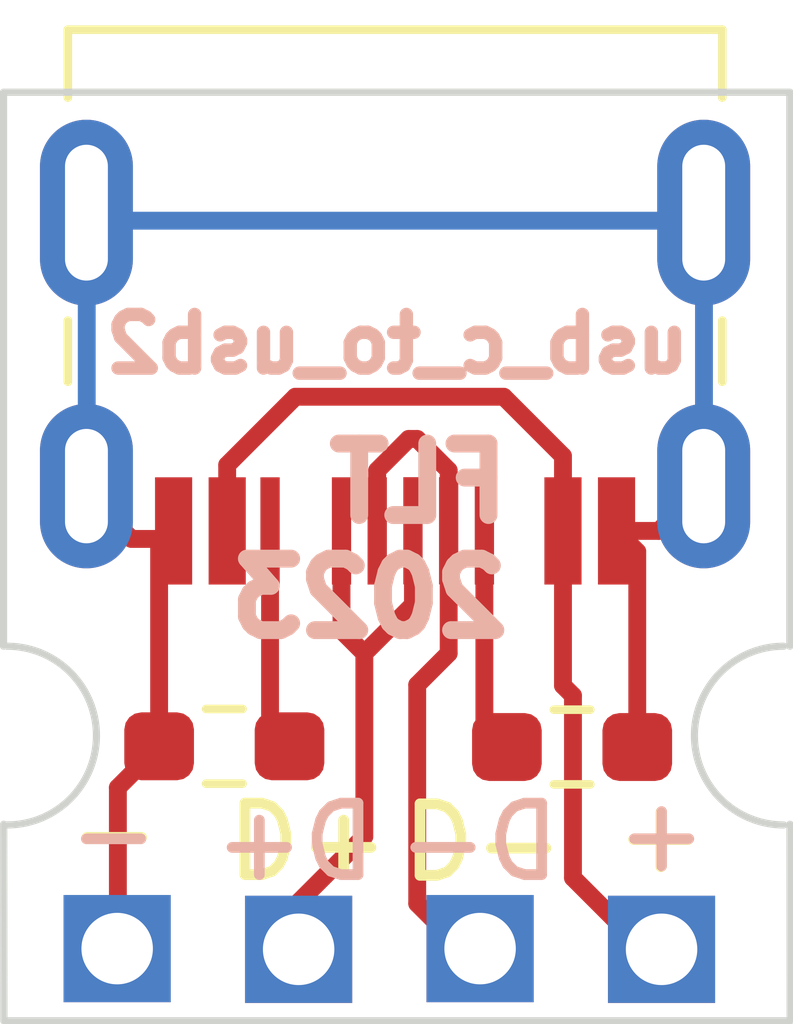
<source format=kicad_pcb>
(kicad_pcb (version 20221018) (generator pcbnew)
  (layers (0 "F.Cu" signal) (31 "B.Cu" signal) (34 "B.Paste" user) (35 "F.Paste" user) (36 "B.SilkS" user "B.Silkscreen") (37 "F.SilkS" user "F.Silkscreen") (38 "B.Mask" user) (39 "F.Mask" user) (44 "Edge.Cuts" user))
  (net 0 "")
  (net 1 "Net-(P1-SHIELD)")
  (net 2 "Net-(P1-VBUS-PadA4)")
  (net 3 "Net-(P1-CC)")
  (net 4 "Net-(P1-VCONN)")
  (net 5 "Net-(P1-D+)")
  (net 6 "Net-(P1-D-)")
  (footprint "custom_connectors:1mm_test_point_square" (layer "F.Cu") (at 145.89 104.42)
    (fp_text reference "-" (at -0.04 -1.64) (layer "F.SilkS"))
    (fp_text value "TestPoint" hide)
    (pad "1" thru_hole rect (at 0 -0.01016) (size 1.5 1.5) (drill 1) (layers "*.Cu" "*.Mask") (net 1 "Net-(P1-SHIELD)"))
  )
  (footprint "usb_custom:USB_C_SMD_USB2" (layer "F.Cu") (at 149.78 95.265 180)
    (fp_text reference "P1" hide)
    (fp_text value "USB_C_Plug" hide)
    (fp_line (start -4.58 -1.215) (end -4.58 -0.36) (stroke (width 0.12)) (layer "F.SilkS"))
    (fp_line (start -4.58 2.76) (end -4.58 3.71) (stroke (width 0.12)) (layer "F.SilkS"))
    (fp_line (start -4.58 3.71) (end 4.58 3.71) (stroke (width 0.12)) (layer "F.SilkS"))
    (fp_line (start 4.58 -1.215) (end 4.58 -0.36) (stroke (width 0.12)) (layer "F.SilkS"))
    (fp_line (start 4.58 2.76) (end 4.58 3.71) (stroke (width 0.12)) (layer "F.SilkS"))
    (pad "" np_thru_hole circle (at -3 -1.95 180) (size 0.6 0.6) (drill 0.6) (layers "F&B.Cu" "*.Mask"))
    (pad "" np_thru_hole oval (at 3 -1.95 180) (size 0.85 0.6) (drill oval 0.85 0.6) (layers "F&B.Cu" "*.Mask"))
    (pad "A1" smd rect (at -3.1 -3.302 180) (size 0.52 1.5) (layers "F.Cu" "F.Paste" "F.Mask") (net 1 "Net-(P1-SHIELD)"))
    (pad "A4" smd rect (at -2.35 -3.302 180) (size 0.52 1.5) (layers "F.Cu" "F.Paste" "F.Mask") (net 2 "Net-(P1-VBUS-PadA4)"))
    (pad "A5" smd rect (at 1.75 -3.302 180) (size 0.27 1.5) (layers "F.Cu" "F.Paste" "F.Mask") (net 3 "Net-(P1-CC)"))
    (pad "A6" smd rect (at -0.25 -3.3 180) (size 0.27 1.5) (layers "F.Cu" "F.Paste" "F.Mask") (net 5 "Net-(P1-D+)"))
    (pad "A6" smd rect (at 0.75 -3.302 180) (size 0.27 1.5) (layers "F.Cu" "F.Paste" "F.Mask") (net 5 "Net-(P1-D+)"))
    (pad "A7" smd rect (at -0.75 -3.3 180) (size 0.27 1.5) (layers "F.Cu" "F.Paste" "F.Mask") (net 6 "Net-(P1-D-)"))
    (pad "A7" smd rect (at 0.25 -3.302 180) (size 0.27 1.5) (layers "F.Cu" "F.Paste" "F.Mask") (net 6 "Net-(P1-D-)"))
    (pad "A9" smd rect (at 2.35 -3.302 180) (size 0.52 1.5) (layers "F.Cu" "F.Paste" "F.Mask") (net 2 "Net-(P1-VBUS-PadA4)"))
    (pad "A12" smd rect (at 3.1 -3.302 180) (size 0.52 1.5) (layers "F.Cu" "F.Paste" "F.Mask") (net 1 "Net-(P1-SHIELD)"))
    (pad "B5" smd rect (at -1.25 -3.302 180) (size 0.27 1.5) (layers "F.Cu" "F.Paste" "F.Mask") (net 4 "Net-(P1-VCONN)"))
    (pad "S1" thru_hole oval (at -4.32 -2.675 180) (size 1.3 2.3) (drill oval 0.6 1.6) (layers "*.Cu" "*.Mask") (net 1 "Net-(P1-SHIELD)"))
    (pad "S1" thru_hole oval (at -4.32 1.15 180) (size 1.3 2.6) (drill oval 0.6 1.9) (layers "*.Cu" "*.Mask") (net 1 "Net-(P1-SHIELD)"))
    (pad "S1" thru_hole oval (at 4.32 -2.675 180) (size 1.3 2.3) (drill oval 0.6 1.6) (layers "*.Cu" "*.Mask") (net 1 "Net-(P1-SHIELD)"))
    (pad "S1" thru_hole oval (at 4.32 1.15 180) (size 1.3 2.6) (drill oval 0.6 1.9) (layers "*.Cu" "*.Mask") (net 1 "Net-(P1-SHIELD)"))
  )
  (footprint "Resistor_SMD:R_0603_1608Metric_Pad0.98x0.95mm_HandSolder" (layer "F.Cu") (at 152.2575 101.59)
    (fp_text reference "R2" hide)
    (fp_text value "R" hide)
    (fp_line (start -0.254724 -0.5225) (end 0.254724 -0.5225) (stroke (width 0.12)) (layer "F.SilkS"))
    (fp_line (start -0.254724 0.5225) (end 0.254724 0.5225) (stroke (width 0.12)) (layer "F.SilkS"))
    (pad "1" smd roundrect (at -0.9125 0) (size 0.975 0.95) (layers "F.Cu" "F.Paste" "F.Mask") (net 4 "Net-(P1-VCONN)"))
    (pad "2" smd roundrect (at 0.9125 0) (size 0.975 0.95) (layers "F.Cu" "F.Paste" "F.Mask") (net 1 "Net-(P1-SHIELD)"))
  )
  (footprint "custom_connectors:1mm_test_point_square" (layer "F.Cu") (at 148.43 104.43016)
    (fp_text reference "D+" (at 0.13 -1.51016) (layer "F.SilkS"))
    (fp_text value "TestPoint" hide)
    (pad "1" thru_hole rect (at 0 -0.01016) (size 1.5 1.5) (drill 1) (layers "*.Cu" "*.Mask") (net 5 "Net-(P1-D+)"))
  )
  (footprint "custom_connectors:1mm_test_point_square" (layer "F.Cu") (at 153.51 104.43016)
    (fp_text reference "+" (at -0.01 -1.62016) (layer "F.SilkS"))
    (fp_text value "TestPoint" hide)
    (pad "1" thru_hole rect (at 0 -0.01016) (size 1.5 1.5) (drill 1) (layers "*.Cu" "*.Mask") (net 2 "Net-(P1-VBUS-PadA4)"))
  )
  (footprint "custom_connectors:1mm_test_point_square" (layer "F.Cu") (at 150.97 104.42)
    (fp_text reference "D-" (at 0.04 -1.49) (layer "F.SilkS"))
    (fp_text value "TestPoint" hide)
    (pad "1" thru_hole rect (at 0 -0.01016) (size 1.5 1.5) (drill 1) (layers "*.Cu" "*.Mask") (net 6 "Net-(P1-D-)"))
  )
  (footprint "Resistor_SMD:R_0603_1608Metric_Pad0.98x0.95mm_HandSolder" (layer "F.Cu") (at 147.39 101.58 180)
    (fp_text reference "R1" hide)
    (fp_text value "R" hide)
    (fp_line (start -0.254724 -0.5225) (end 0.254724 -0.5225) (stroke (width 0.12)) (layer "F.SilkS"))
    (fp_line (start -0.254724 0.5225) (end 0.254724 0.5225) (stroke (width 0.12)) (layer "F.SilkS"))
    (pad "1" smd roundrect (at -0.9125 0 180) (size 0.975 0.95) (layers "F.Cu" "F.Paste" "F.Mask") (net 3 "Net-(P1-CC)"))
    (pad "2" smd roundrect (at 0.9125 0 180) (size 0.975 0.95) (layers "F.Cu" "F.Paste" "F.Mask") (net 1 "Net-(P1-SHIELD)"))
  )
  (gr_line (start 155.31 105.42) (end 155.3075 102.67) (stroke (width 0.1)) (layer "Edge.Cuts"))
  (gr_arc (start 144.35 100.18) (mid 145.6 101.43) (end 144.35 102.68) (stroke (width 0.1)) (layer "Edge.Cuts"))
  (gr_line (start 144.3 92.43) (end 155.305 92.43) (stroke (width 0.1)) (layer "Edge.Cuts"))
  (gr_line (start 144.305 105.42) (end 144.3025 102.67) (stroke (width 0.1)) (layer "Edge.Cuts"))
  (gr_line (start 144.305 105.42) (end 155.31 105.42) (stroke (width 0.1)) (layer "Edge.Cuts"))
  (gr_arc (start 155.22 102.68) (mid 153.97 101.43) (end 155.22 100.18) (stroke (width 0.1)) (layer "Edge.Cuts"))
  (gr_line (start 155.305 100.18) (end 155.305 92.43) (stroke (width 0.1)) (layer "Edge.Cuts"))
  (gr_line (start 144.3 100.18) (end 144.3 92.43) (stroke (width 0.1)) (layer "Edge.Cuts"))
  (gr_text "D-" (at 150.95 102.92) (layer "B.SilkS") (effects (font (size 1 1)) (justify mirror)))
  (gr_text "-" (at 145.84 102.8) (layer "B.SilkS") (effects (font (size 1 1)) (justify mirror)))
  (gr_text "+" (at 153.51 102.8) (layer "B.SilkS") (effects (font (size 1 1)) (justify mirror)))
  (gr_text "usb_c_to_usb2" (at 153.99 96.39) (layer "B.SilkS") (effects (font (size 0.75 0.75) (thickness 0.1875) bold) (justify left bottom mirror)))
  (gr_text "D+" (at 148.38 102.92) (layer "B.SilkS") (effects (font (size 1 1)) (justify mirror)))
  (gr_text "FLT\n2023" (at 151.49 100.09) (layer "B.SilkS") (effects (font (size 1 1) (thickness 0.25) bold) (justify left bottom mirror)))
  (segment (start 146.4775 101.58) (end 146.4775 98.7695) (width 0.25) (layer "F.Cu") (net 1))
  (segment (start 146.4775 98.7695) (end 146.68 98.567) (width 0.25) (layer "F.Cu") (net 1))
  (segment (start 146.6838 98.679) (end 146.0908 98.679) (width 0.25) (layer "F.Cu") (net 1))
  (segment (start 152.88 98.567) (end 153.473 98.567) (width 0.25) (layer "F.Cu") (net 1))
  (segment (start 145.9 104.66984) (end 145.9 102.1575) (width 0.25) (layer "F.Cu") (net 1))
  (segment (start 153.17 101.59) (end 153.17 98.857) (width 0.25) (layer "F.Cu") (net 1))
  (segment (start 153.473 98.567) (end 154.1 97.94) (width 0.25) (layer "F.Cu") (net 1))
  (segment (start 145.9 102.1575) (end 146.4775 101.58) (width 0.25) (layer "F.Cu") (net 1))
  (segment (start 153.17 98.857) (end 152.88 98.567) (width 0.25) (layer "F.Cu") (net 1))
  (segment (start 146.0908 98.679) (end 145.4638 98.052) (width 0.25) (layer "F.Cu") (net 1))
  (segment (start 145.4638 94.227) (end 154.1038 94.227) (width 0.25) (layer "B.Cu") (net 1))
  (segment (start 154.1038 98.052) (end 154.1038 94.227) (width 0.25) (layer "B.Cu") (net 1))
  (segment (start 145.4638 94.227) (end 145.4638 98.052) (width 0.25) (layer "B.Cu") (net 1))
  (segment (start 153.52 104.66984) (end 152.27 103.41984) (width 0.25) (layer "F.Cu") (net 2))
  (segment (start 152.13 97.519594) (end 152.13 98.567) (width 0.25) (layer "F.Cu") (net 2))
  (segment (start 147.43 98.567) (end 147.43 97.644594) (width 0.25) (layer "F.Cu") (net 2))
  (segment (start 152.13 100.73) (end 152.13 98.567) (width 0.25) (layer "F.Cu") (net 2))
  (segment (start 147.43 97.644594) (end 148.384594 96.69) (width 0.25) (layer "F.Cu") (net 2))
  (segment (start 152.27 100.87) (end 152.13 100.73) (width 0.25) (layer "F.Cu") (net 2))
  (segment (start 151.300406 96.69) (end 152.13 97.519594) (width 0.25) (layer "F.Cu") (net 2))
  (segment (start 152.27 103.41984) (end 152.27 100.87) (width 0.25) (layer "F.Cu") (net 2))
  (segment (start 148.384594 96.69) (end 151.300406 96.69) (width 0.25) (layer "F.Cu") (net 2))
  (segment (start 148.03 101.3075) (end 148.3025 101.58) (width 0.25) (layer "F.Cu") (net 3))
  (segment (start 148.03 98.567) (end 148.03 101.3075) (width 0.25) (layer "F.Cu") (net 3))
  (segment (start 151.03 98.567) (end 151.03 101.275) (width 0.25) (layer "F.Cu") (net 4))
  (segment (start 151.03 101.275) (end 151.345 101.59) (width 0.25) (layer "F.Cu") (net 4))
  (segment (start 148.44 103.75) (end 149.35 102.84) (width 0.25) (layer "F.Cu") (net 5))
  (segment (start 150.03 98.565) (end 150.03 99.6) (width 0.25) (layer "F.Cu") (net 5))
  (segment (start 149.35 102.84) (end 149.35 100.28) (width 0.25) (layer "F.Cu") (net 5))
  (segment (start 149.35 100.28) (end 149.03 99.96) (width 0.25) (layer "F.Cu") (net 5))
  (segment (start 148.44 104.67) (end 148.44 103.75) (width 0.25) (layer "F.Cu") (net 5))
  (segment (start 150.03 99.6) (end 149.35 100.28) (width 0.25) (layer "F.Cu") (net 5))
  (segment (start 149.03 99.96) (end 149.03 98.567) (width 0.25) (layer "F.Cu") (net 5))
  (segment (start 150.08962 97.28) (end 150.53 97.72038) (width 0.25) (layer "F.Cu") (net 6))
  (segment (start 150.09 100.72) (end 150.53 100.28) (width 0.25) (layer "F.Cu") (net 6))
  (segment (start 150.09 103.77984) (end 150.09 100.72) (width 0.25) (layer "F.Cu") (net 6))
  (segment (start 149.53 98.567) (end 149.53 97.72038) (width 0.25) (layer "F.Cu") (net 6))
  (segment (start 150.53 97.72038) (end 150.53 98.565) (width 0.25) (layer "F.Cu") (net 6))
  (segment (start 150.98 104.66984) (end 150.09 103.77984) (width 0.25) (layer "F.Cu") (net 6))
  (segment (start 149.53 97.72038) (end 149.97038 97.28) (width 0.25) (layer "F.Cu") (net 6))
  (segment (start 149.97038 97.28) (end 150.08962 97.28) (width 0.25) (layer "F.Cu") (net 6))
  (segment (start 150.53 100.28) (end 150.53 98.565) (width 0.25) (layer "F.Cu") (net 6))
)
</source>
